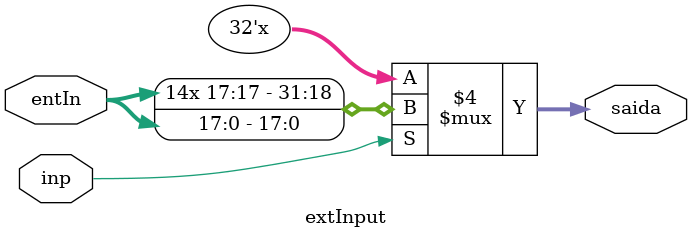
<source format=v>
module extInput(saida, entIn, inp);

input [17:0] entIn;
input wire inp;
output reg [31:0] saida; 

always @(*)
begin
	if(inp == 1)
	begin
			 saida = { {14{entIn[17]}}, entIn};
	end
		  
end

endmodule

</source>
